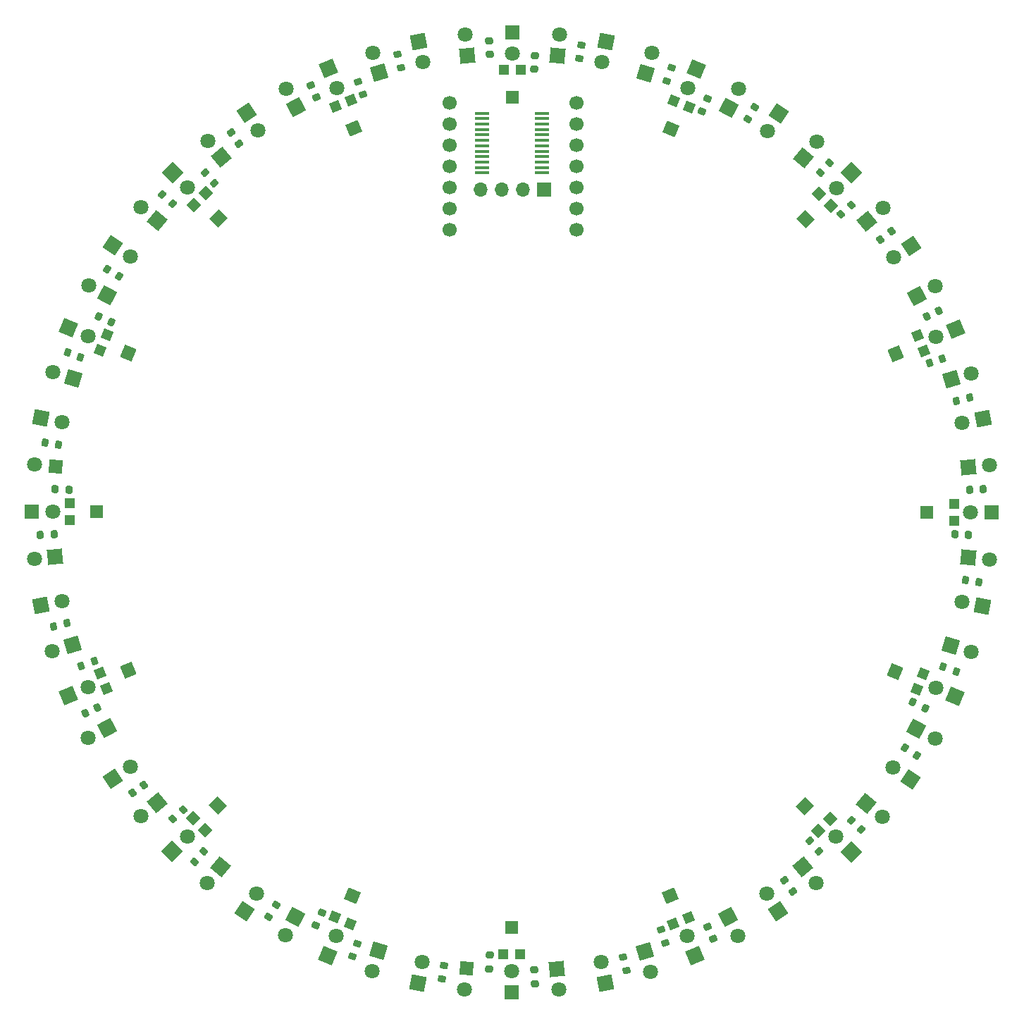
<source format=gbr>
%TF.GenerationSoftware,KiCad,Pcbnew,7.0.9*%
%TF.CreationDate,2024-06-22T14:18:39+09:00*%
%TF.ProjectId,Center_Line,43656e74-6572-45f4-9c69-6e652e6b6963,rev?*%
%TF.SameCoordinates,PX914aa10PY60e6338*%
%TF.FileFunction,Soldermask,Bot*%
%TF.FilePolarity,Negative*%
%FSLAX46Y46*%
G04 Gerber Fmt 4.6, Leading zero omitted, Abs format (unit mm)*
G04 Created by KiCad (PCBNEW 7.0.9) date 2024-06-22 14:18:39*
%MOMM*%
%LPD*%
G01*
G04 APERTURE LIST*
G04 Aperture macros list*
%AMRoundRect*
0 Rectangle with rounded corners*
0 $1 Rounding radius*
0 $2 $3 $4 $5 $6 $7 $8 $9 X,Y pos of 4 corners*
0 Add a 4 corners polygon primitive as box body*
4,1,4,$2,$3,$4,$5,$6,$7,$8,$9,$2,$3,0*
0 Add four circle primitives for the rounded corners*
1,1,$1+$1,$2,$3*
1,1,$1+$1,$4,$5*
1,1,$1+$1,$6,$7*
1,1,$1+$1,$8,$9*
0 Add four rect primitives between the rounded corners*
20,1,$1+$1,$2,$3,$4,$5,0*
20,1,$1+$1,$4,$5,$6,$7,0*
20,1,$1+$1,$6,$7,$8,$9,0*
20,1,$1+$1,$8,$9,$2,$3,0*%
%AMRotRect*
0 Rectangle, with rotation*
0 The origin of the aperture is its center*
0 $1 length*
0 $2 width*
0 $3 Rotation angle, in degrees counterclockwise*
0 Add horizontal line*
21,1,$1,$2,0,0,$3*%
G04 Aperture macros list end*
%ADD10C,1.700000*%
%ADD11RotRect,1.800000X1.800000X230.625000*%
%ADD12C,1.800000*%
%ADD13RotRect,1.200000X1.200000X292.500000*%
%ADD14RotRect,1.500000X1.600000X292.500000*%
%ADD15RotRect,1.800000X1.800000X196.875000*%
%ADD16RoundRect,0.200000X0.186265X0.284482X-0.213253X0.264855X-0.186265X-0.284482X0.213253X-0.264855X0*%
%ADD17RotRect,1.800000X1.800000X123.750000*%
%ADD18RoundRect,0.200000X0.264855X-0.213253X0.284482X0.186265X-0.264855X0.213253X-0.284482X-0.186265X0*%
%ADD19R,1.200000X1.200000*%
%ADD20R,1.500000X1.600000*%
%ADD21RotRect,1.800000X1.800000X354.375000*%
%ADD22RotRect,1.800000X1.800000X343.125000*%
%ADD23R,1.700000X1.700000*%
%ADD24O,1.700000X1.700000*%
%ADD25RotRect,1.800000X1.800000X106.875000*%
%ADD26RoundRect,0.200000X0.069450X-0.332869X0.338073X-0.036488X-0.069450X0.332869X-0.338073X0.036488X0*%
%ADD27RotRect,1.200000X1.200000X45.000000*%
%ADD28RotRect,1.500000X1.600000X45.000000*%
%ADD29RotRect,1.800000X1.800000X146.250000*%
%ADD30RotRect,1.800000X1.800000X78.750000*%
%ADD31RotRect,1.800000X1.800000X67.500000*%
%ADD32RotRect,1.800000X1.800000X303.750000*%
%ADD33RotRect,1.800000X1.800000X135.000000*%
%ADD34RotRect,1.800000X1.800000X61.875000*%
%ADD35RoundRect,0.200000X0.191547X-0.280954X0.326303X0.095664X-0.191547X0.280954X-0.326303X-0.095664X0*%
%ADD36RotRect,1.200000X1.200000X135.000000*%
%ADD37RotRect,1.500000X1.600000X135.000000*%
%ADD38RoundRect,0.200000X0.133055X-0.312924X0.338696X0.030167X-0.133055X0.312924X-0.338696X-0.030167X0*%
%ADD39RotRect,1.800000X1.800000X315.000000*%
%ADD40RoundRect,0.200000X-0.238186X-0.242677X0.157484X-0.301370X0.238186X0.242677X-0.157484X0.301370X0*%
%ADD41RotRect,1.800000X1.800000X11.250000*%
%ADD42RoundRect,0.200000X-0.334108X0.063220X-0.163086X-0.298376X0.334108X-0.063220X0.163086X0.298376X0*%
%ADD43RotRect,1.800000X1.800000X151.875000*%
%ADD44RotRect,1.800000X1.800000X320.625000*%
%ADD45R,1.800000X1.800000*%
%ADD46RotRect,1.800000X1.800000X191.250000*%
%ADD47RoundRect,0.200000X0.280954X0.191547X-0.095664X0.326303X-0.280954X-0.191547X0.095664X-0.326303X0*%
%ADD48RoundRect,0.200000X-0.326303X0.095664X-0.191547X-0.280954X0.326303X-0.095664X0.191547X0.280954X0*%
%ADD49RoundRect,0.200000X0.315355X-0.127187X0.218163X0.260826X-0.315355X0.127187X-0.218163X-0.260826X0*%
%ADD50RotRect,1.800000X1.800000X348.750000*%
%ADD51RotRect,1.200000X1.200000X157.500000*%
%ADD52RotRect,1.500000X1.600000X157.500000*%
%ADD53RotRect,1.800000X1.800000X275.625000*%
%ADD54RotRect,1.800000X1.800000X309.375000*%
%ADD55RotRect,1.800000X1.800000X326.250000*%
%ADD56RotRect,1.800000X1.800000X225.000000*%
%ADD57RoundRect,0.200000X-0.242677X0.238186X-0.301370X-0.157484X0.242677X-0.238186X0.301370X0.157484X0*%
%ADD58RotRect,1.800000X1.800000X129.375000*%
%ADD59RotRect,1.800000X1.800000X219.375000*%
%ADD60RotRect,1.800000X1.800000X28.125000*%
%ADD61RotRect,1.200000X1.200000X202.500000*%
%ADD62RotRect,1.500000X1.600000X202.500000*%
%ADD63RotRect,1.800000X1.800000X140.625000*%
%ADD64RotRect,1.800000X1.800000X118.125000*%
%ADD65RoundRect,0.200000X0.003176X-0.340022X0.324459X-0.101742X-0.003176X0.340022X-0.324459X0.101742X0*%
%ADD66RotRect,1.800000X1.800000X258.750000*%
%ADD67RotRect,1.800000X1.800000X84.375000*%
%ADD68RotRect,1.800000X1.800000X16.875000*%
%ADD69RoundRect,0.200000X-0.284482X0.186265X-0.264855X-0.213253X0.284482X-0.186265X0.264855X0.213253X0*%
%ADD70RoundRect,0.200000X0.242677X-0.238186X0.301370X0.157484X-0.242677X0.238186X-0.301370X-0.157484X0*%
%ADD71RotRect,1.600000X1.600000X264.375000*%
%ADD72RotRect,1.800000X1.800000X208.125000*%
%ADD73RoundRect,0.200000X0.238186X0.242677X-0.157484X0.301370X-0.238186X-0.242677X0.157484X-0.301370X0*%
%ADD74RotRect,1.800000X1.800000X39.375000*%
%ADD75RotRect,1.800000X1.800000X56.250000*%
%ADD76RotRect,1.800000X1.800000X298.125000*%
%ADD77RoundRect,0.200000X0.063220X0.334108X-0.298376X0.163086X-0.063220X-0.334108X0.298376X-0.163086X0*%
%ADD78RotRect,1.800000X1.800000X236.250000*%
%ADD79RotRect,1.800000X1.800000X202.500000*%
%ADD80RoundRect,0.200000X0.334108X-0.063220X0.163086X0.298376X-0.334108X0.063220X-0.163086X-0.298376X0*%
%ADD81RotRect,1.800000X1.800000X33.750000*%
%ADD82RotRect,1.800000X1.800000X286.875000*%
%ADD83RotRect,1.800000X1.800000X331.875000*%
%ADD84RoundRect,0.200000X0.127187X0.315355X-0.260826X0.218163X-0.127187X-0.315355X0.260826X-0.218163X0*%
%ADD85RoundRect,0.200000X0.312924X0.133055X-0.030167X0.338696X-0.312924X-0.133055X0.030167X-0.338696X0*%
%ADD86RotRect,1.800000X1.800000X101.250000*%
%ADD87RoundRect,0.200000X-0.003176X0.340022X-0.324459X0.101742X0.003176X-0.340022X0.324459X-0.101742X0*%
%ADD88RoundRect,0.200000X0.332869X0.069450X0.036488X0.338073X-0.332869X-0.069450X-0.036488X-0.338073X0*%
%ADD89RotRect,1.800000X1.800000X22.500000*%
%ADD90RotRect,1.800000X1.800000X157.500000*%
%ADD91RoundRect,0.200000X-0.315355X0.127187X-0.218163X-0.260826X0.315355X-0.127187X0.218163X0.260826X0*%
%ADD92R,1.600000X1.500000*%
%ADD93RoundRect,0.200000X0.326303X-0.095664X0.191547X0.280954X-0.326303X0.095664X-0.191547X-0.280954X0*%
%ADD94RotRect,1.800000X1.800000X247.500000*%
%ADD95RoundRect,0.200000X-0.133055X0.312924X-0.338696X-0.030167X0.133055X-0.312924X0.338696X0.030167X0*%
%ADD96RoundRect,0.200000X0.163086X-0.298376X0.334108X0.063220X-0.163086X0.298376X-0.334108X-0.063220X0*%
%ADD97RotRect,1.200000X1.200000X225.000000*%
%ADD98RotRect,1.500000X1.600000X225.000000*%
%ADD99RoundRect,0.200000X-0.127187X-0.315355X0.260826X-0.218163X0.127187X0.315355X-0.260826X0.218163X0*%
%ADD100RotRect,1.800000X1.800000X292.500000*%
%ADD101RoundRect,0.200000X0.284482X-0.186265X0.264855X0.213253X-0.284482X0.186265X-0.264855X-0.213253X0*%
%ADD102RotRect,1.800000X1.800000X45.000000*%
%ADD103RotRect,1.200000X1.200000X112.500000*%
%ADD104RotRect,1.500000X1.600000X112.500000*%
%ADD105RoundRect,0.200000X-0.298376X-0.163086X0.063220X-0.334108X0.298376X0.163086X-0.063220X0.334108X0*%
%ADD106RotRect,1.800000X1.800000X253.125000*%
%ADD107RoundRect,0.200000X0.340022X0.003176X0.101742X0.324459X-0.340022X-0.003176X-0.101742X-0.324459X0*%
%ADD108RotRect,1.200000X1.200000X247.500000*%
%ADD109RotRect,1.500000X1.600000X247.500000*%
%ADD110RotRect,1.800000X1.800000X95.625000*%
%ADD111RoundRect,0.200000X0.036488X-0.338073X0.332869X-0.069450X-0.036488X0.338073X-0.332869X0.069450X0*%
%ADD112RoundRect,0.200000X0.095664X0.326303X-0.280954X0.191547X-0.095664X-0.326303X0.280954X-0.191547X0*%
%ADD113RoundRect,0.200000X0.213253X0.264855X-0.186265X0.284482X-0.213253X-0.264855X0.186265X-0.284482X0*%
%ADD114RoundRect,0.200000X-0.069450X0.332869X-0.338073X0.036488X0.069450X-0.332869X0.338073X-0.036488X0*%
%ADD115RoundRect,0.200000X-0.163086X0.298376X-0.334108X-0.063220X0.163086X-0.298376X0.334108X0.063220X0*%
%ADD116RotRect,1.800000X1.800000X163.125000*%
%ADD117RotRect,1.800000X1.800000X168.750000*%
%ADD118RoundRect,0.200000X0.338074X0.036486X0.069453X0.332868X-0.338074X-0.036486X-0.069453X-0.332868X0*%
%ADD119RotRect,1.800000X1.800000X50.625000*%
%ADD120RoundRect,0.200000X-0.312924X-0.133055X0.030167X-0.338696X0.312924X0.133055X-0.030167X0.338696X0*%
%ADD121RotRect,1.800000X1.800000X213.750000*%
%ADD122RotRect,1.800000X1.800000X73.125000*%
%ADD123RoundRect,0.200000X-0.213253X-0.264855X0.186265X-0.284482X0.213253X0.264855X-0.186265X0.284482X0*%
%ADD124RoundRect,0.200000X-0.332869X-0.069450X-0.036488X-0.338073X0.332869X0.069450X0.036488X0.338073X0*%
%ADD125RotRect,1.200000X1.200000X337.500000*%
%ADD126RotRect,1.500000X1.600000X337.500000*%
%ADD127RotRect,1.800000X1.800000X185.625000*%
%ADD128RotRect,1.800000X1.800000X281.250000*%
%ADD129RotRect,1.200000X1.200000X22.500000*%
%ADD130RotRect,1.500000X1.600000X22.500000*%
%ADD131R,1.750000X0.450000*%
%ADD132RotRect,1.200000X1.200000X315.000000*%
%ADD133RotRect,1.500000X1.600000X315.000000*%
%ADD134RotRect,1.800000X1.800000X5.625000*%
%ADD135RoundRect,0.200000X-0.036488X0.338073X-0.332869X0.069450X0.036488X-0.338073X0.332869X-0.069450X0*%
%ADD136RotRect,1.800000X1.800000X241.875000*%
%ADD137RotRect,1.600000X1.600000X174.375000*%
%ADD138RoundRect,0.200000X-0.095664X-0.326303X0.280954X-0.191547X0.095664X0.326303X-0.280954X0.191547X0*%
%ADD139RoundRect,0.200000X0.298376X0.163086X-0.063220X0.334108X-0.298376X-0.163086X0.063220X-0.334108X0*%
%ADD140RoundRect,0.200000X-0.191547X0.280954X-0.326303X-0.095664X0.191547X-0.280954X0.326303X0.095664X0*%
%ADD141RoundRect,0.200000X-0.340022X-0.003176X-0.101742X-0.324459X0.340022X0.003176X0.101742X0.324459X0*%
%ADD142RoundRect,0.200000X-0.264855X0.213253X-0.284482X-0.186265X0.264855X-0.213253X0.284482X0.186265X0*%
%ADD143RoundRect,0.200000X-0.063220X-0.334108X0.298376X-0.163086X0.063220X0.334108X-0.298376X0.163086X0*%
%ADD144RoundRect,0.200000X-0.338073X-0.036488X-0.069450X-0.332869X0.338073X0.036488X0.069450X0.332869X0*%
%ADD145RotRect,1.800000X1.800000X337.500000*%
%ADD146RotRect,1.800000X1.800000X112.500000*%
%ADD147RoundRect,0.200000X-0.280954X-0.191547X0.095664X-0.326303X0.280954X0.191547X-0.095664X0.326303X0*%
%ADD148RotRect,1.200000X1.200000X67.500000*%
%ADD149RotRect,1.500000X1.600000X67.500000*%
%ADD150RoundRect,0.200000X-0.186265X-0.284482X0.213253X-0.264855X0.186265X0.284482X-0.213253X0.264855X0*%
G04 APERTURE END LIST*
D10*
%TO.C,U2*%
X-7518400Y49180600D03*
X-7518400Y46640600D03*
X-7518400Y44100600D03*
X-7518400Y41560600D03*
X-7518400Y39020600D03*
X-7518400Y36480600D03*
X-7518400Y33940600D03*
X7721600Y33940600D03*
X7721600Y36480600D03*
X7721600Y39020600D03*
X7721600Y41560600D03*
X7721600Y44100600D03*
X7721600Y46640600D03*
X7721600Y49180600D03*
%TD*%
D11*
%TO.C,D20*%
X-35006519Y-42575493D03*
D12*
X-36617878Y-44538940D03*
%TD*%
D13*
%TO.C,RV16*%
X-21202871Y48707879D03*
D14*
X-19035270Y46087954D03*
D13*
X-19355112Y49473246D03*
%TD*%
D15*
%TO.C,D23*%
X-52760533Y-15951649D03*
D12*
X-55191161Y-16688972D03*
%TD*%
D16*
%TO.C,R8*%
X56645380Y2731946D03*
X54997368Y2650984D03*
%TD*%
D17*
%TO.C,Q14*%
X31997052Y-47978411D03*
D12*
X30585904Y-45866478D03*
%TD*%
D18*
%TO.C,R33*%
X2665221Y53216526D03*
X2746183Y54864538D03*
%TD*%
D19*
%TO.C,RV13*%
X-53114200Y-949200D03*
D20*
X-49864200Y50800D03*
D19*
X-53114200Y1050800D03*
%TD*%
D21*
%TO.C,D9*%
X54848808Y-5453182D03*
D12*
X57376577Y-5702146D03*
%TD*%
D22*
%TO.C,D10*%
X52731041Y-16048872D03*
D12*
X55161669Y-16786195D03*
%TD*%
D23*
%TO.C,J1*%
X3875400Y38747000D03*
D24*
X1335400Y38747000D03*
X-1204600Y38747000D03*
X-3744600Y38747000D03*
%TD*%
D25*
%TO.C,D31*%
X-15951649Y52760532D03*
D12*
X-16688972Y55191160D03*
%TD*%
D26*
%TO.C,R20*%
X-38122554Y-41986108D03*
X-37014482Y-40763538D03*
%TD*%
D27*
%TO.C,RV11*%
X-36886225Y-38228597D03*
D28*
X-35295235Y-35223393D03*
D27*
X-38300439Y-36814383D03*
%TD*%
D29*
%TO.C,Q12*%
X47921964Y-32081530D03*
D12*
X45810031Y-30670382D03*
%TD*%
D30*
%TO.C,Q18*%
X-11300527Y-56551192D03*
D12*
X-10804998Y-54059997D03*
%TD*%
D31*
%TO.C,Q19*%
X-22115981Y-53259953D03*
D12*
X-21143965Y-50913299D03*
%TD*%
D32*
%TO.C,Q30*%
X-31902400Y48012200D03*
D12*
X-30491252Y45900267D03*
%TD*%
D33*
%TO.C,Q13*%
X40742361Y-40814204D03*
D12*
X38946310Y-39018153D03*
%TD*%
D34*
%TO.C,D3*%
X26027813Y48586848D03*
D12*
X27225161Y50826928D03*
%TD*%
D35*
%TO.C,R18*%
X-19153259Y-53378976D03*
X-18597391Y-51825428D03*
%TD*%
D36*
%TO.C,RV7*%
X38228597Y-36886225D03*
D37*
X35223393Y-35295235D03*
D36*
X36814383Y-38300439D03*
%TD*%
D38*
%TO.C,R19*%
X-29198957Y-48616698D03*
X-28350687Y-47201446D03*
%TD*%
D39*
%TO.C,Q29*%
X-40742361Y40814204D03*
D12*
X-38946310Y39018153D03*
%TD*%
D40*
%TO.C,R25*%
X-56089930Y8371512D03*
X-54457788Y8129406D03*
%TD*%
D41*
%TO.C,Q24*%
X-56571013Y-11200879D03*
D12*
X-54079818Y-10705350D03*
%TD*%
D42*
%TO.C,R30*%
X-24201239Y51288035D03*
X-23495773Y49796453D03*
%TD*%
D43*
%TO.C,D27*%
X-48586850Y26027811D03*
D12*
X-50826930Y27225159D03*
%TD*%
D44*
%TO.C,D12*%
X42575492Y-35006520D03*
D12*
X44538939Y-36617879D03*
%TD*%
D45*
%TO.C,Q1*%
X50800Y57669200D03*
D12*
X50800Y55129200D03*
%TD*%
D46*
%TO.C,Q8*%
X56571013Y11200879D03*
D12*
X54079818Y10705350D03*
%TD*%
D47*
%TO.C,R10*%
X53378978Y-19153259D03*
X51825430Y-18597391D03*
%TD*%
D48*
%TO.C,R40*%
X17902739Y-50185596D03*
X18458607Y-51739144D03*
%TD*%
D49*
%TO.C,R15*%
X13730416Y-55023978D03*
X13329498Y-53423426D03*
%TD*%
D50*
%TO.C,Q26*%
X-56551192Y11300527D03*
D12*
X-54059997Y10804998D03*
%TD*%
D51*
%TO.C,RV6*%
X49434366Y-19448978D03*
D52*
X46049074Y-19129136D03*
D51*
X48668999Y-21296737D03*
%TD*%
D53*
%TO.C,D16*%
X5352072Y-54858767D03*
D12*
X5601036Y-57386536D03*
%TD*%
D54*
%TO.C,D13*%
X34927983Y-42639946D03*
D12*
X36539342Y-44603393D03*
%TD*%
D55*
%TO.C,Q28*%
X-47921964Y32081530D03*
D12*
X-45810031Y30670382D03*
%TD*%
D56*
%TO.C,Q5*%
X40814204Y40742361D03*
D12*
X39018153Y38946310D03*
%TD*%
D57*
%TO.C,R1*%
X8371512Y56089933D03*
X8129406Y54457791D03*
%TD*%
D58*
%TO.C,D29*%
X-34927984Y42639944D03*
D12*
X-36539343Y44603391D03*
%TD*%
D59*
%TO.C,D21*%
X-42639945Y-34927984D03*
D12*
X-44603392Y-36539343D03*
%TD*%
D60*
%TO.C,D6*%
X48634743Y25938210D03*
D12*
X50874823Y27135558D03*
%TD*%
D61*
%TO.C,RV4*%
X48707880Y21202871D03*
D62*
X46087955Y19035270D03*
D61*
X49473247Y19355112D03*
%TD*%
D63*
%TO.C,D28*%
X-42575493Y35006518D03*
D12*
X-44538940Y36617877D03*
%TD*%
D64*
%TO.C,D30*%
X-25938212Y48634741D03*
D12*
X-27135560Y50874821D03*
%TD*%
D65*
%TO.C,R21*%
X-45581123Y-33742016D03*
X-44255831Y-32759112D03*
%TD*%
D66*
%TO.C,Q2*%
X11300527Y56551192D03*
D12*
X10804998Y54059997D03*
%TD*%
D67*
%TO.C,D1*%
X5453182Y54848807D03*
D12*
X5702146Y57376576D03*
%TD*%
D68*
%TO.C,D7*%
X52760534Y15951647D03*
D12*
X55191162Y16688970D03*
%TD*%
D69*
%TO.C,R32*%
X-2731949Y56645379D03*
X-2650987Y54997367D03*
%TD*%
D70*
%TO.C,R17*%
X-8371514Y-56089929D03*
X-8129408Y-54457787D03*
%TD*%
D19*
%TO.C,RV5*%
X53114200Y949200D03*
D20*
X49864200Y-50800D03*
D19*
X53114200Y-1050800D03*
%TD*%
D71*
%TO.C,D17*%
X-5453181Y-54848809D03*
D12*
X-5702145Y-57376578D03*
%TD*%
D72*
%TO.C,D22*%
X-48634742Y-25938212D03*
D12*
X-50874822Y-27135560D03*
%TD*%
D73*
%TO.C,R9*%
X56089931Y-8371514D03*
X54457789Y-8129408D03*
%TD*%
D74*
%TO.C,D5*%
X42639946Y34927982D03*
D12*
X44603393Y36539341D03*
%TD*%
D75*
%TO.C,Q20*%
X-32081530Y-47921964D03*
D12*
X-30670382Y-45810031D03*
%TD*%
D76*
%TO.C,D14*%
X25938211Y-48634743D03*
D12*
X27135559Y-50874823D03*
%TD*%
D77*
%TO.C,R6*%
X51288037Y24201238D03*
X49796455Y23495772D03*
%TD*%
D78*
%TO.C,Q4*%
X32081530Y47921964D03*
D12*
X30670382Y45810031D03*
%TD*%
D79*
%TO.C,Q7*%
X53298834Y22022114D03*
D12*
X50952180Y21050098D03*
%TD*%
D80*
%TO.C,R14*%
X24201236Y-51288036D03*
X23495770Y-49796454D03*
%TD*%
D81*
%TO.C,Q22*%
X-47978411Y-31997052D03*
D12*
X-45866478Y-30585904D03*
%TD*%
D82*
%TO.C,D15*%
X15951648Y-52760534D03*
D12*
X16688971Y-55191162D03*
%TD*%
D83*
%TO.C,D11*%
X48586849Y-26027813D03*
D12*
X50826929Y-27225161D03*
%TD*%
D84*
%TO.C,R7*%
X55023979Y13730418D03*
X53423427Y13329500D03*
%TD*%
D85*
%TO.C,R11*%
X48616700Y-29198957D03*
X47201448Y-28350687D03*
%TD*%
D86*
%TO.C,Q16*%
X11200879Y-56571013D03*
D12*
X10705350Y-54079818D03*
%TD*%
D87*
%TO.C,R5*%
X45581124Y33742018D03*
X44255832Y32759114D03*
%TD*%
D45*
%TO.C,Q17*%
X-50800Y-57669200D03*
D12*
X-50800Y-55129200D03*
%TD*%
D88*
%TO.C,R12*%
X41986109Y-38122555D03*
X40763539Y-37014483D03*
%TD*%
D89*
%TO.C,Q23*%
X-53298834Y-22022114D03*
D12*
X-50952180Y-21050098D03*
%TD*%
D90*
%TO.C,Q11*%
X53259953Y-22115981D03*
D12*
X50913299Y-21143965D03*
%TD*%
D91*
%TO.C,R31*%
X-13730420Y55023978D03*
X-13329502Y53423426D03*
%TD*%
D19*
%TO.C,RV1*%
X-949200Y53114200D03*
D92*
X50800Y49864200D03*
D19*
X1050800Y53114200D03*
%TD*%
D93*
%TO.C,R48*%
X-17902740Y50185595D03*
X-18458608Y51739143D03*
%TD*%
D94*
%TO.C,Q3*%
X22115981Y53259953D03*
D12*
X21143965Y50913299D03*
%TD*%
D95*
%TO.C,R3*%
X29198957Y48616702D03*
X28350687Y47201450D03*
%TD*%
D96*
%TO.C,R34*%
X22827426Y48145723D03*
X23532892Y49637305D03*
%TD*%
D97*
%TO.C,RV3*%
X36886225Y38228597D03*
D98*
X35295235Y35223393D03*
D97*
X38300439Y36814383D03*
%TD*%
D99*
%TO.C,R23*%
X-55023977Y-13730418D03*
X-53423425Y-13329500D03*
%TD*%
D100*
%TO.C,Q31*%
X-22022114Y53298834D03*
D12*
X-21050098Y50952180D03*
%TD*%
D101*
%TO.C,R16*%
X2731945Y-56645378D03*
X2650983Y-54997366D03*
%TD*%
D102*
%TO.C,Q21*%
X-40814204Y-40742361D03*
D12*
X-39018153Y-38946310D03*
%TD*%
D103*
%TO.C,RV8*%
X21202871Y-48707880D03*
D104*
X19035270Y-46087955D03*
D103*
X19355112Y-49473247D03*
%TD*%
D105*
%TO.C,R38*%
X48145723Y-22827427D03*
X49637305Y-23532893D03*
%TD*%
D106*
%TO.C,D18*%
X-16048871Y-52731042D03*
D12*
X-16786194Y-55161670D03*
%TD*%
D107*
%TO.C,R13*%
X33742016Y-45581124D03*
X32759112Y-44255832D03*
%TD*%
D108*
%TO.C,RV2*%
X19448978Y49434366D03*
D109*
X19129136Y46049074D03*
D108*
X21296737Y48668999D03*
%TD*%
D110*
%TO.C,D32*%
X-5352073Y54858766D03*
D12*
X-5601037Y57386535D03*
%TD*%
D111*
%TO.C,R35*%
X39514362Y35745170D03*
X40736932Y36853242D03*
%TD*%
D112*
%TO.C,R44*%
X-50185596Y-17902740D03*
X-51739144Y-18458608D03*
%TD*%
D113*
%TO.C,R45*%
X-53216527Y2665221D03*
X-54864539Y2746183D03*
%TD*%
D114*
%TO.C,R4*%
X38122555Y41986111D03*
X37014483Y40763541D03*
%TD*%
D115*
%TO.C,R42*%
X-22827427Y-48145724D03*
X-23532893Y-49637306D03*
%TD*%
D116*
%TO.C,D26*%
X-52731041Y16048870D03*
D12*
X-55161669Y16786193D03*
%TD*%
D117*
%TO.C,Q10*%
X56551192Y-11300527D03*
D12*
X54059997Y-10804998D03*
%TD*%
D118*
%TO.C,R47*%
X-35745176Y39514357D03*
X-36853238Y40736937D03*
%TD*%
D119*
%TO.C,D4*%
X35006520Y42575491D03*
D12*
X36617879Y44538938D03*
%TD*%
D120*
%TO.C,R27*%
X-48616700Y29198955D03*
X-47201448Y28350685D03*
%TD*%
D121*
%TO.C,Q6*%
X47978411Y31997052D03*
D12*
X45866478Y30585904D03*
%TD*%
D122*
%TO.C,D2*%
X16048872Y52731040D03*
D12*
X16786195Y55161668D03*
%TD*%
D123*
%TO.C,R37*%
X53216526Y-2665222D03*
X54864538Y-2746184D03*
%TD*%
D124*
%TO.C,R28*%
X-41986111Y38122553D03*
X-40763541Y37014481D03*
%TD*%
D125*
%TO.C,RV14*%
X-49434366Y19448978D03*
D126*
X-46049074Y19129136D03*
D125*
X-48668999Y21296737D03*
%TD*%
D127*
%TO.C,D24*%
X-54858766Y-5352073D03*
D12*
X-57386535Y-5601037D03*
%TD*%
D19*
%TO.C,RV9*%
X949200Y-53114200D03*
D92*
X-50800Y-49864200D03*
D19*
X-1050800Y-53114200D03*
%TD*%
D128*
%TO.C,Q32*%
X-11176000Y56521200D03*
D12*
X-10680471Y54030005D03*
%TD*%
D129*
%TO.C,RV12*%
X-48707880Y-21202871D03*
D130*
X-46087955Y-19035270D03*
D129*
X-49473247Y-19355112D03*
%TD*%
D131*
%TO.C,U1*%
X3632200Y47910600D03*
X3632200Y47260600D03*
X3632200Y46610600D03*
X3632200Y45960600D03*
X3632200Y45310600D03*
X3632200Y44660600D03*
X3632200Y44010600D03*
X3632200Y43360600D03*
X3632200Y42710600D03*
X3632200Y42060600D03*
X3632200Y41410600D03*
X3632200Y40760600D03*
X-3567800Y40760600D03*
X-3567800Y41410600D03*
X-3567800Y42060600D03*
X-3567800Y42710600D03*
X-3567800Y43360600D03*
X-3567800Y44010600D03*
X-3567800Y44660600D03*
X-3567800Y45310600D03*
X-3567800Y45960600D03*
X-3567800Y46610600D03*
X-3567800Y47260600D03*
X-3567800Y47910600D03*
%TD*%
D132*
%TO.C,RV15*%
X-38228597Y36886225D03*
D133*
X-35223393Y35295235D03*
D132*
X-36814383Y38300439D03*
%TD*%
D134*
%TO.C,D8*%
X54858767Y5352071D03*
D12*
X57386536Y5601035D03*
%TD*%
D135*
%TO.C,R43*%
X-39514363Y-35745171D03*
X-40736933Y-36853243D03*
%TD*%
D136*
%TO.C,D19*%
X-26027812Y-48586850D03*
D12*
X-27225160Y-50826930D03*
%TD*%
D137*
%TO.C,D25*%
X-54848808Y5453180D03*
D12*
X-57376577Y5702144D03*
%TD*%
D138*
%TO.C,R36*%
X50185595Y17902739D03*
X51739143Y18458607D03*
%TD*%
D139*
%TO.C,R46*%
X-48145724Y22827426D03*
X-49637306Y23532892D03*
%TD*%
D140*
%TO.C,R2*%
X19153259Y53378980D03*
X18597391Y51825432D03*
%TD*%
D141*
%TO.C,R29*%
X-33742018Y45581122D03*
X-32759114Y44255830D03*
%TD*%
D45*
%TO.C,Q9*%
X57669200Y-50800D03*
D12*
X55129200Y-50800D03*
%TD*%
D142*
%TO.C,R41*%
X-2665222Y-53216527D03*
X-2746184Y-54864539D03*
%TD*%
D143*
%TO.C,R22*%
X-51288035Y-24201237D03*
X-49796453Y-23495771D03*
%TD*%
D144*
%TO.C,R39*%
X35745170Y-39514363D03*
X36853242Y-40736933D03*
%TD*%
D145*
%TO.C,Q27*%
X-53259953Y22115981D03*
D12*
X-50913299Y21143965D03*
%TD*%
D146*
%TO.C,Q15*%
X22022114Y-53298834D03*
D12*
X21050098Y-50952180D03*
%TD*%
D147*
%TO.C,R26*%
X-53378977Y19153257D03*
X-51825429Y18597389D03*
%TD*%
D148*
%TO.C,RV10*%
X-19448978Y-49434366D03*
D149*
X-19129136Y-46049074D03*
D148*
X-21296737Y-48668999D03*
%TD*%
D45*
%TO.C,Q25*%
X-57669200Y50800D03*
D12*
X-55129200Y50800D03*
%TD*%
D150*
%TO.C,R24*%
X-56645378Y-2731947D03*
X-54997366Y-2650985D03*
%TD*%
M02*

</source>
